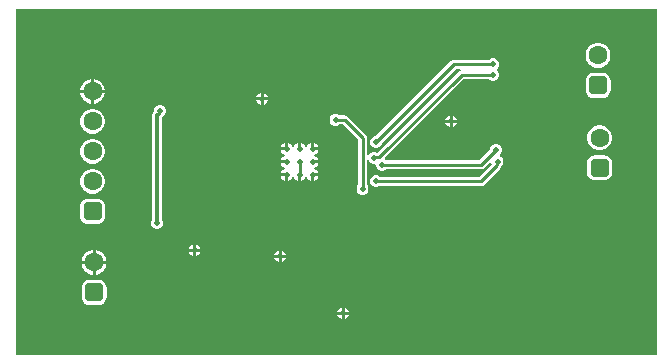
<source format=gbr>
G04*
G04 #@! TF.GenerationSoftware,Altium Limited,Altium Designer,23.3.1 (30)*
G04*
G04 Layer_Physical_Order=2*
G04 Layer_Color=16711680*
%FSLAX44Y44*%
%MOMM*%
G71*
G04*
G04 #@! TF.SameCoordinates,C21C2CC1-9CAE-44D3-A5A2-357AACA34620*
G04*
G04*
G04 #@! TF.FilePolarity,Positive*
G04*
G01*
G75*
%ADD38C,0.3000*%
%ADD39C,0.2540*%
G04:AMPARAMS|DCode=40|XSize=1.6mm|YSize=1.6mm|CornerRadius=0.4mm|HoleSize=0mm|Usage=FLASHONLY|Rotation=90.000|XOffset=0mm|YOffset=0mm|HoleType=Round|Shape=RoundedRectangle|*
%AMROUNDEDRECTD40*
21,1,1.6000,0.8000,0,0,90.0*
21,1,0.8000,1.6000,0,0,90.0*
1,1,0.8000,0.4000,0.4000*
1,1,0.8000,0.4000,-0.4000*
1,1,0.8000,-0.4000,-0.4000*
1,1,0.8000,-0.4000,0.4000*
%
%ADD40ROUNDEDRECTD40*%
%ADD41C,1.6000*%
%ADD42C,0.5000*%
G36*
X1394460Y586740D02*
X852170D01*
Y880110D01*
X1394460D01*
Y586740D01*
D02*
G37*
%LPC*%
G36*
X1346318Y851280D02*
X1343542D01*
X1340862Y850562D01*
X1338458Y849174D01*
X1336496Y847212D01*
X1335108Y844808D01*
X1334390Y842128D01*
Y839352D01*
X1335108Y836672D01*
X1336496Y834268D01*
X1338458Y832306D01*
X1340862Y830918D01*
X1343542Y830200D01*
X1346318D01*
X1348998Y830918D01*
X1351402Y832306D01*
X1353364Y834268D01*
X1354752Y836672D01*
X1355470Y839352D01*
Y842128D01*
X1354752Y844808D01*
X1353364Y847212D01*
X1351402Y849174D01*
X1348998Y850562D01*
X1346318Y851280D01*
D02*
G37*
G36*
X1257032Y838160D02*
X1255027D01*
X1253175Y837393D01*
X1252787Y837005D01*
X1223010D01*
X1221523Y836709D01*
X1220263Y835867D01*
X1156516Y772120D01*
X1155967D01*
X1154115Y771353D01*
X1152697Y769935D01*
X1151930Y768083D01*
Y766077D01*
X1152697Y764225D01*
X1154115Y762807D01*
X1155967Y762040D01*
X1157972D01*
X1159825Y762807D01*
X1161243Y764225D01*
X1162010Y766077D01*
Y766626D01*
X1224619Y829235D01*
X1228484D01*
X1228609Y827965D01*
X1227873Y827819D01*
X1226613Y826977D01*
X1158023Y758387D01*
X1156423Y759050D01*
X1154417D01*
X1152565Y758283D01*
X1151147Y756865D01*
X1150695Y755772D01*
X1149425Y756025D01*
Y770890D01*
X1149129Y772377D01*
X1148287Y773637D01*
X1133047Y788877D01*
X1131787Y789719D01*
X1130300Y790015D01*
X1125923D01*
X1125535Y790403D01*
X1123682Y791170D01*
X1121677D01*
X1119825Y790403D01*
X1118407Y788985D01*
X1117640Y787132D01*
Y785127D01*
X1118407Y783275D01*
X1119825Y781857D01*
X1121677Y781090D01*
X1123682D01*
X1125535Y781857D01*
X1125923Y782245D01*
X1128691D01*
X1141655Y769281D01*
Y730953D01*
X1141267Y730565D01*
X1140500Y728712D01*
Y726708D01*
X1141267Y724855D01*
X1142685Y723437D01*
X1144538Y722670D01*
X1146543D01*
X1148395Y723437D01*
X1149813Y724855D01*
X1150580Y726708D01*
Y728712D01*
X1149813Y730565D01*
X1149425Y730953D01*
Y751995D01*
X1150695Y752248D01*
X1151147Y751155D01*
X1152565Y749737D01*
X1154417Y748970D01*
X1156423D01*
X1157010Y747839D01*
Y747028D01*
X1157777Y745175D01*
X1159195Y743757D01*
X1161048Y742990D01*
X1163053D01*
X1164905Y743757D01*
X1165293Y744145D01*
X1245870D01*
X1247357Y744441D01*
X1248617Y745283D01*
X1253497Y750163D01*
X1254671Y749748D01*
X1254950Y748634D01*
X1244261Y737945D01*
X1160213D01*
X1159825Y738333D01*
X1157972Y739100D01*
X1155967D01*
X1154115Y738333D01*
X1152697Y736915D01*
X1151930Y735062D01*
Y733057D01*
X1152697Y731205D01*
X1154115Y729787D01*
X1155967Y729020D01*
X1157972D01*
X1159825Y729787D01*
X1160213Y730175D01*
X1245870D01*
X1247357Y730471D01*
X1248617Y731313D01*
X1262116Y744812D01*
X1262958Y746073D01*
X1263079Y746682D01*
X1264113Y747715D01*
X1264880Y749567D01*
Y751572D01*
X1264113Y753425D01*
X1262695Y754843D01*
X1261770Y755226D01*
X1261639Y755694D01*
X1261627Y756660D01*
X1262843Y757875D01*
X1263610Y759727D01*
Y761732D01*
X1262843Y763585D01*
X1261425Y765003D01*
X1259573Y765770D01*
X1257568D01*
X1255715Y765003D01*
X1254297Y763585D01*
X1253530Y761732D01*
Y761184D01*
X1244261Y751915D01*
X1165293D01*
X1164905Y752303D01*
X1164562Y752445D01*
X1164314Y753690D01*
X1230969Y820345D01*
X1252787D01*
X1253175Y819957D01*
X1255027Y819190D01*
X1257032D01*
X1258885Y819957D01*
X1260303Y821375D01*
X1261070Y823227D01*
Y825232D01*
X1260303Y827085D01*
X1259542Y827845D01*
X1258998Y828675D01*
X1259542Y829505D01*
X1260303Y830265D01*
X1261070Y832117D01*
Y834122D01*
X1260303Y835975D01*
X1258885Y837393D01*
X1257032Y838160D01*
D02*
G37*
G36*
X918328Y820800D02*
X918210D01*
Y811530D01*
X927480D01*
Y811648D01*
X926762Y814328D01*
X925374Y816732D01*
X923412Y818694D01*
X921008Y820082D01*
X918328Y820800D01*
D02*
G37*
G36*
X915670D02*
X915552D01*
X912872Y820082D01*
X910468Y818694D01*
X908506Y816732D01*
X907118Y814328D01*
X906400Y811648D01*
Y811530D01*
X915670D01*
Y820800D01*
D02*
G37*
G36*
X1061720Y808839D02*
Y805180D01*
X1065379D01*
X1064723Y806765D01*
X1063305Y808183D01*
X1061720Y808839D01*
D02*
G37*
G36*
X1059180D02*
X1057595Y808183D01*
X1056177Y806765D01*
X1055521Y805180D01*
X1059180D01*
Y808839D01*
D02*
G37*
G36*
X1348930Y825936D02*
X1340930D01*
X1339223Y825712D01*
X1337632Y825053D01*
X1336266Y824004D01*
X1335217Y822638D01*
X1334558Y821047D01*
X1334334Y819340D01*
Y811340D01*
X1334558Y809633D01*
X1335217Y808042D01*
X1336266Y806676D01*
X1337632Y805627D01*
X1339223Y804968D01*
X1340930Y804744D01*
X1348930D01*
X1350637Y804968D01*
X1352228Y805627D01*
X1353594Y806676D01*
X1354643Y808042D01*
X1355302Y809633D01*
X1355526Y811340D01*
Y819340D01*
X1355302Y821047D01*
X1354643Y822638D01*
X1353594Y824004D01*
X1352228Y825053D01*
X1350637Y825712D01*
X1348930Y825936D01*
D02*
G37*
G36*
X927480Y808990D02*
X918210D01*
Y799720D01*
X918328D01*
X921008Y800438D01*
X923412Y801826D01*
X925374Y803788D01*
X926762Y806192D01*
X927480Y808872D01*
Y808990D01*
D02*
G37*
G36*
X915670D02*
X906400D01*
Y808872D01*
X907118Y806192D01*
X908506Y803788D01*
X910468Y801826D01*
X912872Y800438D01*
X915552Y799720D01*
X915670D01*
Y808990D01*
D02*
G37*
G36*
X1065379Y802640D02*
X1061720D01*
Y798981D01*
X1063305Y799637D01*
X1064723Y801055D01*
X1065379Y802640D01*
D02*
G37*
G36*
X1059180D02*
X1055521D01*
X1056177Y801055D01*
X1057595Y799637D01*
X1059180Y798981D01*
Y802640D01*
D02*
G37*
G36*
X1221740Y789789D02*
Y786130D01*
X1225399D01*
X1224743Y787715D01*
X1223325Y789133D01*
X1221740Y789789D01*
D02*
G37*
G36*
X1219200D02*
X1217615Y789133D01*
X1216197Y787715D01*
X1215541Y786130D01*
X1219200D01*
Y789789D01*
D02*
G37*
G36*
X1225399Y783590D02*
X1221740D01*
Y779931D01*
X1223325Y780587D01*
X1224743Y782005D01*
X1225399Y783590D01*
D02*
G37*
G36*
X1219200D02*
X1215541D01*
X1216197Y782005D01*
X1217615Y780587D01*
X1219200Y779931D01*
Y783590D01*
D02*
G37*
G36*
X918328Y795400D02*
X915552D01*
X912872Y794682D01*
X910468Y793294D01*
X908506Y791332D01*
X907118Y788928D01*
X906400Y786248D01*
Y783472D01*
X907118Y780792D01*
X908506Y778388D01*
X910468Y776426D01*
X912872Y775038D01*
X915552Y774320D01*
X918328D01*
X921008Y775038D01*
X923412Y776426D01*
X925374Y778388D01*
X926762Y780792D01*
X927480Y783472D01*
Y786248D01*
X926762Y788928D01*
X925374Y791332D01*
X923412Y793294D01*
X921008Y794682D01*
X918328Y795400D01*
D02*
G37*
G36*
X1101930Y766499D02*
X1100345Y765843D01*
X1098927Y764425D01*
X1098387Y763121D01*
X1097013D01*
X1096473Y764425D01*
X1095055Y765843D01*
X1093470Y766499D01*
Y761570D01*
X1090930D01*
Y766499D01*
X1089345Y765843D01*
X1087927Y764425D01*
X1087387Y763121D01*
X1086013D01*
X1085473Y764425D01*
X1084055Y765843D01*
X1082470Y766499D01*
Y761570D01*
X1081200D01*
Y760300D01*
X1076271D01*
X1076927Y758715D01*
X1078345Y757297D01*
X1079649Y756757D01*
Y755383D01*
X1078345Y754843D01*
X1076927Y753425D01*
X1076271Y751840D01*
X1081200D01*
Y749300D01*
X1076271D01*
X1076927Y747715D01*
X1078345Y746297D01*
X1079649Y745757D01*
Y744383D01*
X1078345Y743843D01*
X1076927Y742425D01*
X1076271Y740840D01*
X1081200D01*
Y739570D01*
X1082470D01*
Y734641D01*
X1084055Y735297D01*
X1085473Y736715D01*
X1086013Y738019D01*
X1087387D01*
X1087927Y736715D01*
X1089345Y735297D01*
X1090930Y734641D01*
Y739570D01*
X1093470D01*
Y734641D01*
X1095055Y735297D01*
X1096473Y736715D01*
X1097013Y738019D01*
X1098387D01*
X1098927Y736715D01*
X1100345Y735297D01*
X1101930Y734641D01*
Y739570D01*
X1103200D01*
Y740840D01*
X1108129D01*
X1107473Y742425D01*
X1106055Y743843D01*
X1104751Y744383D01*
Y745757D01*
X1106055Y746297D01*
X1107473Y747715D01*
X1108129Y749300D01*
X1103200D01*
Y751840D01*
X1108129D01*
X1107473Y753425D01*
X1106055Y754843D01*
X1104751Y755383D01*
Y756757D01*
X1106055Y757297D01*
X1107473Y758715D01*
X1108129Y760300D01*
X1103200D01*
Y761570D01*
X1101930D01*
Y766499D01*
D02*
G37*
G36*
X1104470D02*
Y762840D01*
X1108129D01*
X1107473Y764425D01*
X1106055Y765843D01*
X1104470Y766499D01*
D02*
G37*
G36*
X1079930D02*
X1078345Y765843D01*
X1076927Y764425D01*
X1076271Y762840D01*
X1079930D01*
Y766499D01*
D02*
G37*
G36*
X1347588Y781430D02*
X1344812D01*
X1342132Y780712D01*
X1339728Y779324D01*
X1337766Y777362D01*
X1336378Y774958D01*
X1335660Y772278D01*
Y769502D01*
X1336378Y766822D01*
X1337766Y764418D01*
X1339728Y762456D01*
X1342132Y761068D01*
X1344812Y760350D01*
X1347588D01*
X1350268Y761068D01*
X1352672Y762456D01*
X1354634Y764418D01*
X1356022Y766822D01*
X1356740Y769502D01*
Y772278D01*
X1356022Y774958D01*
X1354634Y777362D01*
X1352672Y779324D01*
X1350268Y780712D01*
X1347588Y781430D01*
D02*
G37*
G36*
X918328Y770000D02*
X915552D01*
X912872Y769282D01*
X910468Y767894D01*
X908506Y765932D01*
X907118Y763528D01*
X906400Y760848D01*
Y758072D01*
X907118Y755392D01*
X908506Y752988D01*
X910468Y751026D01*
X912872Y749638D01*
X915552Y748920D01*
X918328D01*
X921008Y749638D01*
X923412Y751026D01*
X925374Y752988D01*
X926762Y755392D01*
X927480Y758072D01*
Y760848D01*
X926762Y763528D01*
X925374Y765932D01*
X923412Y767894D01*
X921008Y769282D01*
X918328Y770000D01*
D02*
G37*
G36*
X1350200Y756086D02*
X1342200D01*
X1340493Y755862D01*
X1338902Y755203D01*
X1337536Y754154D01*
X1336487Y752788D01*
X1335828Y751197D01*
X1335604Y749490D01*
Y741490D01*
X1335828Y739783D01*
X1336487Y738192D01*
X1337536Y736826D01*
X1338902Y735777D01*
X1340493Y735118D01*
X1342200Y734894D01*
X1350200D01*
X1351907Y735118D01*
X1353498Y735777D01*
X1354864Y736826D01*
X1355913Y738192D01*
X1356572Y739783D01*
X1356796Y741490D01*
Y749490D01*
X1356572Y751197D01*
X1355913Y752788D01*
X1354864Y754154D01*
X1353498Y755203D01*
X1351907Y755862D01*
X1350200Y756086D01*
D02*
G37*
G36*
X1108129Y738300D02*
X1104470D01*
Y734641D01*
X1106055Y735297D01*
X1107473Y736715D01*
X1108129Y738300D01*
D02*
G37*
G36*
X1079930D02*
X1076271D01*
X1076927Y736715D01*
X1078345Y735297D01*
X1079930Y734641D01*
Y738300D01*
D02*
G37*
G36*
X918328Y744600D02*
X915552D01*
X912872Y743882D01*
X910468Y742494D01*
X908506Y740532D01*
X907118Y738128D01*
X906400Y735448D01*
Y732672D01*
X907118Y729992D01*
X908506Y727588D01*
X910468Y725626D01*
X912872Y724238D01*
X915552Y723520D01*
X918328D01*
X921008Y724238D01*
X923412Y725626D01*
X925374Y727588D01*
X926762Y729992D01*
X927480Y732672D01*
Y735448D01*
X926762Y738128D01*
X925374Y740532D01*
X923412Y742494D01*
X921008Y743882D01*
X918328Y744600D01*
D02*
G37*
G36*
X920940Y719256D02*
X912940D01*
X911233Y719032D01*
X909642Y718373D01*
X908276Y717324D01*
X907227Y715958D01*
X906568Y714367D01*
X906344Y712660D01*
Y704660D01*
X906568Y702953D01*
X907227Y701362D01*
X908276Y699996D01*
X909642Y698947D01*
X911233Y698288D01*
X912940Y698064D01*
X920940D01*
X922647Y698288D01*
X924238Y698947D01*
X925604Y699996D01*
X926653Y701362D01*
X927312Y702953D01*
X927536Y704660D01*
Y712660D01*
X927312Y714367D01*
X926653Y715958D01*
X925604Y717324D01*
X924238Y718373D01*
X922647Y719032D01*
X920940Y719256D01*
D02*
G37*
G36*
X975092Y798790D02*
X973087D01*
X971235Y798023D01*
X969817Y796605D01*
X969050Y794753D01*
Y793733D01*
X968637Y793457D01*
X967744Y792121D01*
X967431Y790544D01*
Y701508D01*
X967277Y701355D01*
X966510Y699502D01*
Y697497D01*
X967277Y695645D01*
X968695Y694227D01*
X970547Y693460D01*
X972552D01*
X974405Y694227D01*
X975823Y695645D01*
X976590Y697497D01*
Y699502D01*
X975823Y701355D01*
X975669Y701508D01*
Y788949D01*
X976945Y789477D01*
X978363Y790895D01*
X979130Y792747D01*
Y794753D01*
X978363Y796605D01*
X976945Y798023D01*
X975092Y798790D01*
D02*
G37*
G36*
X1004570Y680569D02*
Y676910D01*
X1008229D01*
X1007573Y678495D01*
X1006155Y679913D01*
X1004570Y680569D01*
D02*
G37*
G36*
X1002030D02*
X1000445Y679913D01*
X999027Y678495D01*
X998371Y676910D01*
X1002030D01*
Y680569D01*
D02*
G37*
G36*
X1076960Y675489D02*
Y671830D01*
X1080619D01*
X1079963Y673415D01*
X1078545Y674833D01*
X1076960Y675489D01*
D02*
G37*
G36*
X1074420D02*
X1072835Y674833D01*
X1071417Y673415D01*
X1070761Y671830D01*
X1074420D01*
Y675489D01*
D02*
G37*
G36*
X1008229Y674370D02*
X1004570D01*
Y670711D01*
X1006155Y671367D01*
X1007573Y672785D01*
X1008229Y674370D01*
D02*
G37*
G36*
X1002030D02*
X998371D01*
X999027Y672785D01*
X1000445Y671367D01*
X1002030Y670711D01*
Y674370D01*
D02*
G37*
G36*
X919598Y676020D02*
X919480D01*
Y666750D01*
X928750D01*
Y666868D01*
X928032Y669548D01*
X926644Y671952D01*
X924682Y673914D01*
X922278Y675302D01*
X919598Y676020D01*
D02*
G37*
G36*
X916940D02*
X916822D01*
X914142Y675302D01*
X911738Y673914D01*
X909776Y671952D01*
X908388Y669548D01*
X907670Y666868D01*
Y666750D01*
X916940D01*
Y676020D01*
D02*
G37*
G36*
X1080619Y669290D02*
X1076960D01*
Y665631D01*
X1078545Y666287D01*
X1079963Y667705D01*
X1080619Y669290D01*
D02*
G37*
G36*
X1074420D02*
X1070761D01*
X1071417Y667705D01*
X1072835Y666287D01*
X1074420Y665631D01*
Y669290D01*
D02*
G37*
G36*
X928750Y664210D02*
X919480D01*
Y654940D01*
X919598D01*
X922278Y655658D01*
X924682Y657046D01*
X926644Y659008D01*
X928032Y661412D01*
X928750Y664092D01*
Y664210D01*
D02*
G37*
G36*
X916940D02*
X907670D01*
Y664092D01*
X908388Y661412D01*
X909776Y659008D01*
X911738Y657046D01*
X914142Y655658D01*
X916822Y654940D01*
X916940D01*
Y664210D01*
D02*
G37*
G36*
X922210Y650676D02*
X914210D01*
X912503Y650452D01*
X910912Y649793D01*
X909546Y648744D01*
X908497Y647378D01*
X907838Y645787D01*
X907614Y644080D01*
Y636080D01*
X907838Y634373D01*
X908497Y632782D01*
X909546Y631416D01*
X910912Y630367D01*
X912503Y629708D01*
X914210Y629484D01*
X922210D01*
X923917Y629708D01*
X925508Y630367D01*
X926874Y631416D01*
X927923Y632782D01*
X928582Y634373D01*
X928806Y636080D01*
Y644080D01*
X928582Y645787D01*
X927923Y647378D01*
X926874Y648744D01*
X925508Y649793D01*
X923917Y650452D01*
X922210Y650676D01*
D02*
G37*
G36*
X1130300Y627229D02*
Y623570D01*
X1133959D01*
X1133303Y625155D01*
X1131885Y626573D01*
X1130300Y627229D01*
D02*
G37*
G36*
X1127760D02*
X1126175Y626573D01*
X1124757Y625155D01*
X1124101Y623570D01*
X1127760D01*
Y627229D01*
D02*
G37*
G36*
X1133959Y621030D02*
X1130300D01*
Y617371D01*
X1131885Y618027D01*
X1133303Y619445D01*
X1133959Y621030D01*
D02*
G37*
G36*
X1127760D02*
X1124101D01*
X1124757Y619445D01*
X1126175Y618027D01*
X1127760Y617371D01*
Y621030D01*
D02*
G37*
%LPD*%
D38*
X971550Y698573D02*
Y790544D01*
D39*
X1092200Y739570D02*
Y750570D01*
X971550Y790544D02*
X974090Y793084D01*
Y793750D01*
X1130300Y786130D02*
X1145540Y770890D01*
Y727710D02*
Y770890D01*
X1122680Y786130D02*
X1130300D01*
X1155750Y754340D02*
X1159470D01*
X1155420Y754010D02*
X1155750Y754340D01*
X1159470D02*
X1229360Y824230D01*
X1162050Y748030D02*
X1245870D01*
X1156970Y734060D02*
X1245870D01*
X1259369Y747559D01*
Y750099D02*
X1259840Y750570D01*
X1259369Y747559D02*
Y750099D01*
X1245870Y748030D02*
X1258570Y760730D01*
X1229360Y824230D02*
X1256030D01*
X1223010Y833120D02*
X1256030D01*
X1156970Y767080D02*
X1223010Y833120D01*
D40*
X918210Y640080D02*
D03*
X1344930Y815340D02*
D03*
X916940Y708660D02*
D03*
X1346200Y745490D02*
D03*
D41*
X918210Y665480D02*
D03*
X1344930Y840740D02*
D03*
X916940Y810260D02*
D03*
Y784860D02*
D03*
Y734060D02*
D03*
Y759460D02*
D03*
X1346200Y770890D02*
D03*
D42*
X1129030Y622300D02*
D03*
X974090Y793750D02*
D03*
X971550Y698500D02*
D03*
X1145540Y727710D02*
D03*
X1155420Y754010D02*
D03*
X1156970Y734060D02*
D03*
X1162050Y748030D02*
D03*
X1122680Y786130D02*
D03*
X1075690Y670560D02*
D03*
X1060450Y803910D02*
D03*
X1220470Y784860D02*
D03*
X1003300Y675640D02*
D03*
X1258570Y760730D02*
D03*
X1259840Y750570D02*
D03*
X1256030Y824230D02*
D03*
Y833120D02*
D03*
X1156970Y767080D02*
D03*
X1081200Y761570D02*
D03*
X1092200D02*
D03*
X1103200D02*
D03*
X1081200Y750570D02*
D03*
X1092200D02*
D03*
X1103200D02*
D03*
X1081200Y739570D02*
D03*
X1092200D02*
D03*
X1103200D02*
D03*
M02*

</source>
